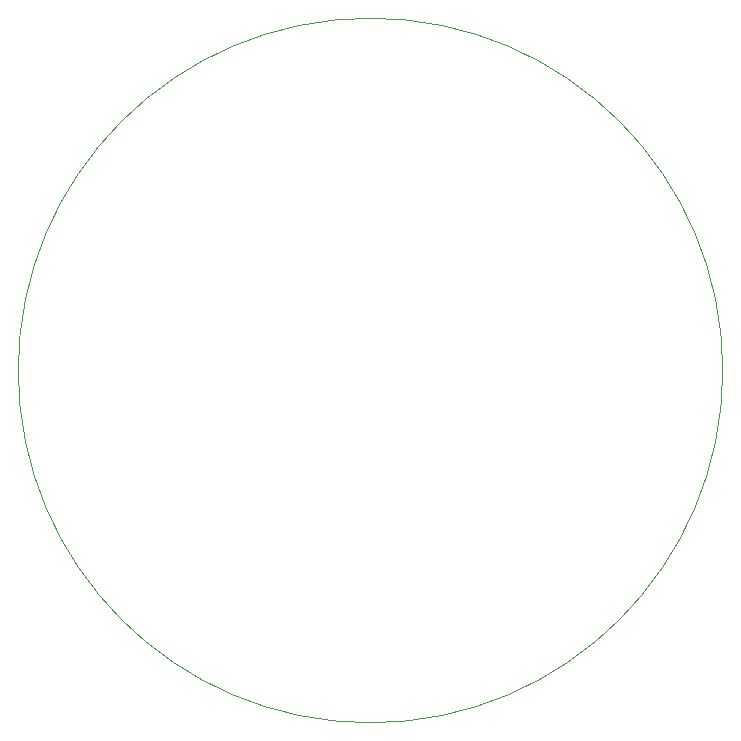
<source format=gbr>
G04 #@! TF.GenerationSoftware,KiCad,Pcbnew,(6.99.0-2452-gdb4f2d9dd8)*
G04 #@! TF.CreationDate,2022-08-02T22:01:28-05:00*
G04 #@! TF.ProjectId,TofG,546f6647-2e6b-4696-9361-645f70636258,rev?*
G04 #@! TF.SameCoordinates,Original*
G04 #@! TF.FileFunction,Profile,NP*
%FSLAX46Y46*%
G04 Gerber Fmt 4.6, Leading zero omitted, Abs format (unit mm)*
G04 Created by KiCad (PCBNEW (6.99.0-2452-gdb4f2d9dd8)) date 2022-08-02 22:01:28*
%MOMM*%
%LPD*%
G01*
G04 APERTURE LIST*
G04 #@! TA.AperFunction,Profile*
%ADD10C,0.100000*%
G04 #@! TD*
G04 APERTURE END LIST*
D10*
X99325061Y-78425060D02*
G75*
G03*
X99325061Y-78425060I-29825061J0D01*
G01*
M02*

</source>
